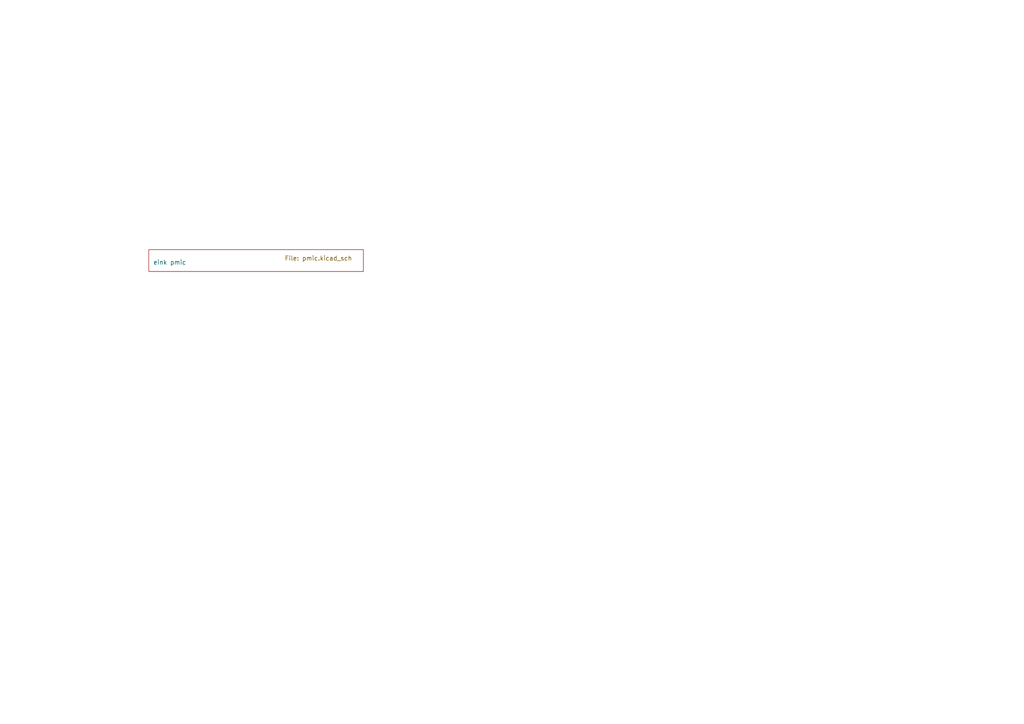
<source format=kicad_sch>
(kicad_sch (version 20210406) (generator eeschema)
  (paper "A4")
  (lib_symbols)
  (sheet (at 43.18 72.39) (size 62.23 6.35) (stroke (width 0.0006))
    (property "Sheet name" "eink pmic" (at 44.45 76.8343 0) (effects (justify left bottom)))
    (property "Sheet file" "pmic.kicad_sch" (at 82.55 74.1687 0) (effects (justify left top)))
  )
)
</source>
